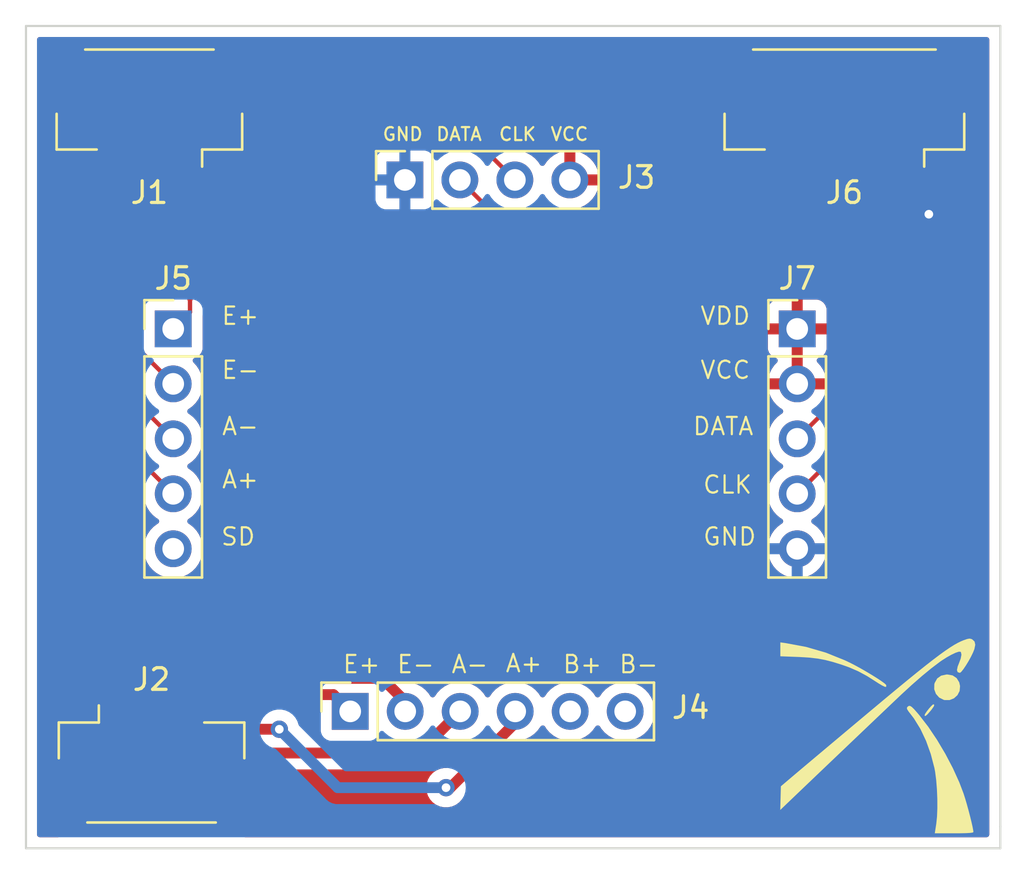
<source format=kicad_pcb>
(kicad_pcb (version 20211014) (generator pcbnew)
  (title_block (rev "1") (comment 4 "AISLER Project ID: WPHRHVVZ"))
  (layers (0 "F.Cu" signal "Front") (31 "B.Cu" signal "Back") (34 "B.Paste" user) (35 "F.Paste" user) (36 "B.SilkS" user "B.Silkscreen") (37 "F.SilkS" user "F.Silkscreen") (38 "B.Mask" user) (39 "F.Mask" user) (44 "Edge.Cuts" user))
  (net 0 "")
  (net 1 "E+(1)")
  (net 2 "E-(1)")
  (net 3 "A+(1)")
  (net 4 "A-(1)")
  (net 5 "E+(2)")
  (net 6 "E-(2)")
  (net 7 "A+(2)")
  (net 8 "A-(2)")
  (net 9 "GND")
  (net 10 "DATA_2")
  (net 11 "CLK_2")
  (net 12 "+3V3")
  (net 15 "CLK_1")
  (net 16 "DATA_1")
  (footprint "lib:Molex_CLIK-Mate_502386-0670_1x06-1MP_P1.25mm_Horizontal" (layer "F.Cu") (at 199.8 77.8 180)
    (fp_text reference "J6" (at 0 -3.9 180) (layer "F.SilkS"))
    (fp_text value "MOLEX-6-pins")
    (fp_line (start 5.535 -1.91) (end 3.685 -1.91) (layer "F.SilkS") (width 0.12))
    (fp_line (start -4.215 2.71) (end 4.215 2.71) (layer "F.SilkS") (width 0.12))
    (fp_line (start -5.535 -0.26) (end -5.535 -1.91) (layer "F.SilkS") (width 0.12))
    (fp_line (start -3.685 -1.91) (end -3.685 -2.7) (layer "F.SilkS") (width 0.12))
    (fp_line (start -5.535 -1.91) (end -3.685 -1.91) (layer "F.SilkS") (width 0.12))
    (fp_line (start 5.535 -0.26) (end 5.535 -1.91) (layer "F.SilkS") (width 0.12))
    (pad "1" smd roundrect locked (at -3.125 -1.85 180) (size 0.6 1.7) (layers "F.Cu" "F.Paste" "F.Mask") (net 9 "GND"))
    (pad "2" smd roundrect locked (at -1.875 -1.85 180) (size 0.6 1.7) (layers "F.Cu" "F.Paste" "F.Mask") (net 11 "CLK_2"))
    (pad "3" smd roundrect locked (at -0.625 -1.85 180) (size 0.6 1.7) (layers "F.Cu" "F.Paste" "F.Mask") (net 10 "DATA_2"))
    (pad "4" smd roundrect locked (at 0.625 -1.85 180) (size 0.6 1.7) (layers "F.Cu" "F.Paste" "F.Mask") (net 15 "CLK_1"))
    (pad "5" smd roundrect locked (at 1.875 -1.85 180) (size 0.6 1.7) (layers "F.Cu" "F.Paste" "F.Mask") (net 16 "DATA_1"))
    (pad "6" smd roundrect locked (at 3.125 -1.85 180) (size 0.6 1.7) (layers "F.Cu" "F.Paste" "F.Mask") (net 12 "+3V3"))
    (pad "MP" smd roundrect locked (at 4.975 1.35 180) (size 1 2.7) (layers "F.Cu" "F.Paste" "F.Mask"))
    (pad "MP" smd roundrect locked (at -4.975 1.35 180) (size 1 2.7) (layers "F.Cu" "F.Paste" "F.Mask"))
  )
  (footprint "Connector_PinSocket_2.54mm:PinSocket_1x06_P2.54mm_Vertical" (layer "F.Cu") (at 176.975 105.675 90)
    (fp_text reference "J4" (at 0.175 15.725) (layer "F.SilkS"))
    (fp_text value "01x06 2.54mm Pin headers" hide)
    (fp_line (start 1.33 -1.33) (end 1.33 0) (layer "F.SilkS") (width 0.12))
    (fp_line (start -1.33 1.27) (end -1.33 14.03) (layer "F.SilkS") (width 0.12))
    (fp_line (start -1.33 14.03) (end 1.33 14.03) (layer "F.SilkS") (width 0.12))
    (fp_line (start -1.33 1.27) (end 1.33 1.27) (layer "F.SilkS") (width 0.12))
    (fp_line (start 1.33 1.27) (end 1.33 14.03) (layer "F.SilkS") (width 0.12))
    (fp_line (start 0 -1.33) (end 1.33 -1.33) (layer "F.SilkS") (width 0.12))
    (pad "1" thru_hole rect (at 0 0 90) (size 1.7 1.7) (drill 1) (layers *.Cu *.Mask) (net 5 "E+(2)"))
    (pad "2" thru_hole oval (at 0 2.54 90) (size 1.7 1.7) (drill 1) (layers *.Cu *.Mask) (net 6 "E-(2)"))
    (pad "3" thru_hole oval (at 0 5.08 90) (size 1.7 1.7) (drill 1) (layers *.Cu *.Mask) (net 8 "A-(2)"))
    (pad "4" thru_hole oval (at 0 7.62 90) (size 1.7 1.7) (drill 1) (layers *.Cu *.Mask) (net 7 "A+(2)"))
    (pad "5" thru_hole oval (at 0 10.16 90) (size 1.7 1.7) (drill 1) (layers *.Cu *.Mask))
    (pad "6" thru_hole oval (at 0 12.7 90) (size 1.7 1.7) (drill 1) (layers *.Cu *.Mask))
  )
  (footprint "Connector_PinSocket_2.54mm:PinSocket_1x04_P2.54mm_Vertical" (layer "F.Cu") (at 179.5 81.115 90)
    (fp_text reference "J3" (at 0.115 10.7 180) (layer "F.SilkS"))
    (fp_text value "01x04 2.54mm Pin headers" hide)
    (fp_line (start -1.33 8.95) (end 1.33 8.95) (layer "F.SilkS") (width 0.12))
    (fp_line (start 1.33 -1.33) (end 1.33 0) (layer "F.SilkS") (width 0.12))
    (fp_line (start 0 -1.33) (end 1.33 -1.33) (layer "F.SilkS") (width 0.12))
    (fp_line (start -1.33 1.27) (end -1.33 8.95) (layer "F.SilkS") (width 0.12))
    (fp_line (start -1.33 1.27) (end 1.33 1.27) (layer "F.SilkS") (width 0.12))
    (fp_line (start 1.33 1.27) (end 1.33 8.95) (layer "F.SilkS") (width 0.12))
    (pad "1" thru_hole rect (at 0 0 90) (size 1.7 1.7) (drill 1) (layers *.Cu *.Mask) (net 9 "GND"))
    (pad "2" thru_hole oval (at 0 2.54 90) (size 1.7 1.7) (drill 1) (layers *.Cu *.Mask) (net 16 "DATA_1"))
    (pad "3" thru_hole oval (at 0 5.08 90) (size 1.7 1.7) (drill 1) (layers *.Cu *.Mask) (net 15 "CLK_1"))
    (pad "4" thru_hole oval (at 0 7.62 90) (size 1.7 1.7) (drill 1) (layers *.Cu *.Mask) (net 12 "+3V3"))
  )
  (footprint "Graphics:xplore_logo" (layer "F.Cu") (at 201.5 106.6)
    (fp_text reference "G***" hide)
    (fp_text value "LOGO" hide)
    (fp_poly (pts (xy 4.154423 -4.274928) (xy 4.208284 -4.249083) (xy 4.312943 -4.150441) (xy 4.344433 -4.00456) (xy 4.303265 -3.802762) (xy 4.243338 -3.649965) (xy 4.147821 -3.453018) (xy 4.033756 -3.246308) (xy 3.913547 -3.049063) (xy 3.799602 -2.880507) (xy 3.704325 -2.759868) (xy 3.640123 -2.706371) (xy 3.633794 -2.705325) (xy 3.531108 -2.737278) (xy 3.497482 -2.835118) (xy 3.532545 -3.001814) (xy 3.581718 -3.125603) (xy 3.670572 -3.362485) (xy 3.704897 -3.543146) (xy 3.683225 -3.656974) (xy 3.658692 -3.681326) (xy 3.575355 -3.681662) (xy 3.428801 -3.63196) (xy 3.236928 -3.541004) (xy 3.017632 -3.417575) (xy 2.788813 -3.270457) (xy 2.712759 -3.217128) (xy 2.321272 -2.920483) (xy 1.881025 -2.558591) (xy 1.406617 -2.143827) (xy 0.938362 -1.712836) (xy 0.828159 -1.608524) (xy 0.65342 -1.442547) (xy 0.422055 -1.222451) (xy 0.141979 -0.955787) (xy -0.178897 -0.650101) (xy -0.53266 -0.312943) (xy -0.911398 0.04814) (xy -1.307199 0.4256) (xy -1.71215 0.811888) (xy -2.118338 1.199456) (xy -2.517851 1.580756) (xy -2.902777 1.94824) (xy -3.265204 2.294359) (xy -3.597218 2.611565) (xy -3.890908 2.892311) (xy -4.138361 3.129047) (xy -4.331664 3.314226) (xy -4.397946 3.377832) (xy -4.662756 3.63215) (xy -4.648439 3.084226) (xy -4.634122 2.536301) (xy -4.007889 2.00453) (xy -3.865071 1.883665) (xy -3.653296 1.705021) (xy -3.380396 1.475183) (xy -3.054206 1.200735) (xy -2.682558 0.888261) (xy -2.273286 0.544346) (xy -1.834222 0.175574) (xy -1.373201 -0.211469) (xy -0.898055 -0.6102) (xy -0.526035 -0.922269) (xy 0.118755 -1.461735) (xy 0.693188 -1.939274) (xy 1.202423 -2.358809) (xy 1.651621 -2.724267) (xy 2.045943 -3.03957) (xy 2.390549 -3.308644) (xy 2.6906 -3.535413) (xy 2.951256 -3.7238) (xy 3.177678 -3.877732) (xy 3.375027 -4.001131) (xy 3.548462 -4.097922) (xy 3.703145 -4.172031) (xy 3.798288 -4.210731) (xy 3.96478 -4.268818) (xy 4.072556 -4.289194)) (layer "F.SilkS") (width 0) (fill solid))
    (fp_poly (pts (xy -4.421203 -4.081494) (xy -3.471977 -3.905298) (xy -2.56307 -3.641556) (xy -1.678002 -3.285266) (xy -1.463956 -3.183797) (xy -1.220632 -3.059412) (xy -0.95444 -2.913923) (xy -0.681296 -2.757084) (xy -0.417115 -2.598654) (xy -0.17781 -2.448386) (xy 0.020703 -2.316038) (xy 0.162509 -2.211367) (xy 0.231501 -2.144441) (xy 0.230662 -2.070278) (xy 0.218574 -2.055009) (xy 0.161331 -2.063891) (xy 0.042562 -2.120666) (xy -0.117739 -2.214969) (xy -0.225443 -2.28519) (xy -0.655963 -2.559091) (xy -1.058843 -2.776373) (xy -1.47215 -2.956063) (xy -1.809047 -3.076667) (xy -2.221386 -3.205743) (xy -2.587497 -3.300185) (xy -2.941809 -3.366086) (xy -3.31875 -3.409539) (xy -3.752748 -3.436637) (xy -3.870118 -3.441418) (xy -4.659171 -3.471016) (xy -4.659171 -4.114226)) (layer "F.SilkS") (width 0) (fill solid))
    (fp_poly (pts (xy 2.452228 -1.227032) (xy 2.424616 -1.147192) (xy 2.325575 -1.007631) (xy 2.273928 -0.944089) (xy 2.137876 -0.789778) (xy 2.051524 -0.715697) (xy 2.009761 -0.718198) (xy 2.003945 -0.751397) (xy 2.033993 -0.820875) (xy 2.109325 -0.931874) (xy 2.207727 -1.057035) (xy 2.306984 -1.168996) (xy 2.384882 -1.240396) (xy 2.410769 -1.252465)) (layer "F.SilkS") (width 0) (fill solid))
    (fp_poly (pts (xy 1.412203 -1.130059) (xy 1.521496 -1.023927) (xy 1.67381 -0.851247) (xy 1.758014 -0.751479) (xy 2.169795 -0.218168) (xy 2.57593 0.386185) (xy 2.961015 1.034318) (xy 3.309643 1.698969) (xy 3.606409 2.352878) (xy 3.80069 2.863223) (xy 3.872885 3.087456) (xy 3.951266 3.353237) (xy 4.030574 3.640001) (xy 4.105547 3.927184) (xy 4.170928 4.194224) (xy 4.221456 4.420555) (xy 4.251872 4.585614) (xy 4.258383 4.65268) (xy 4.22157 4.675115) (xy 4.107079 4.691584) (xy 3.908836 4.702474) (xy 3.620765 4.708169) (xy 3.366508 4.709271) (xy 2.474633 4.709271) (xy 2.542585 4.270908) (xy 2.576875 3.943611) (xy 2.59263 3.54756) (xy 2.590824 3.112281) (xy 2.572432 2.667299) (xy 2.538427 2.242141) (xy 2.489783 1.866332) (xy 2.457574 1.693384) (xy 2.288479 1.044899) (xy 2.069631 0.435942) (xy 1.808422 -0.116548) (xy 1.512246 -0.595632) (xy 1.385559 -0.763017) (xy 1.264256 -0.918271) (xy 1.200103 -1.017825) (xy 1.184279 -1.081394) (xy 1.207963 -1.128692) (xy 1.217452 -1.138724) (xy 1.272681 -1.178503) (xy 1.333431 -1.1786)) (layer "F.SilkS") (width 0) (fill solid))
    (fp_poly (pts (xy 3.298736 -2.587047) (xy 3.483375 -2.463644) (xy 3.602801 -2.268954) (xy 3.642041 -2.097711) (xy 3.622061 -1.869614) (xy 3.522149 -1.674694) (xy 3.361067 -1.528836) (xy 3.157579 -1.447925) (xy 2.930444 -1.447846) (xy 2.886648 -1.458148) (xy 2.677216 -1.563118) (xy 2.526829 -1.733522) (xy 2.447826 -1.946149) (xy 2.452545 -2.177787) (xy 2.47014 -2.241675) (xy 2.584986 -2.446036) (xy 2.765829 -2.575851) (xy 3.009363 -2.628938) (xy 3.058727 -2.630177)) (layer "F.SilkS") (width 0) (fill solid))
  )
  (footprint "lib:Molex_CLIK-Mate_502386-0470_1x04-1MP_P1.25mm_Horizontal" (layer "F.Cu") (at 167.7 77.8 180)
    (fp_text reference "J1" (at 0 -3.9 180) (layer "F.SilkS"))
    (fp_text value "SM04B-GHS-TB")
    (fp_line (start 4.285 -1.91) (end 2.435 -1.91) (layer "F.SilkS") (width 0.12))
    (fp_line (start 4.285 -0.26) (end 4.285 -1.91) (layer "F.SilkS") (width 0.12))
    (fp_line (start -2.965 2.71) (end 2.965 2.71) (layer "F.SilkS") (width 0.12))
    (fp_line (start -4.285 -1.91) (end -2.435 -1.91) (layer "F.SilkS") (width 0.12))
    (fp_line (start -4.285 -0.26) (end -4.285 -1.91) (layer "F.SilkS") (width 0.12))
    (fp_line (start -2.435 -1.91) (end -2.435 -2.7) (layer "F.SilkS") (width 0.12))
    (pad "1" smd roundrect locked (at -1.875 -1.85 180) (size 0.6 1.7) (layers "F.Cu" "F.Paste" "F.Mask") (net 1 "E+(1)"))
    (pad "2" smd roundrect locked (at -0.625 -1.85 180) (size 0.6 1.7) (layers "F.Cu" "F.Paste" "F.Mask") (net 2 "E-(1)"))
    (pad "3" smd roundrect locked (at 0.625 -1.85 180) (size 0.6 1.7) (layers "F.Cu" "F.Paste" "F.Mask") (net 4 "A-(1)"))
    (pad "4" smd roundrect locked (at 1.875 -1.85 180) (size 0.6 1.7) (layers "F.Cu" "F.Paste" "F.Mask") (net 3 "A+(1)"))
    (pad "MP" smd roundrect locked (at 3.725 1.35 180) (size 1 2.7) (layers "F.Cu" "F.Paste" "F.Mask"))
    (pad "MP" smd roundrect locked (at -3.725 1.35 180) (size 1 2.7) (layers "F.Cu" "F.Paste" "F.Mask"))
  )
  (footprint "lib:Molex_CLIK-Mate_502386-0470_1x04-1MP_P1.25mm_Horizontal" (layer "F.Cu") (at 167.8 108.1)
    (fp_text reference "J2" (at 0 -3.9) (layer "F.SilkS"))
    (fp_text value "MOLEX_4-pin")
    (fp_line (start -4.285 -1.91) (end -2.435 -1.91) (layer "F.SilkS") (width 0.12))
    (fp_line (start -2.965 2.71) (end 2.965 2.71) (layer "F.SilkS") (width 0.12))
    (fp_line (start -4.285 -0.26) (end -4.285 -1.91) (layer "F.SilkS") (width 0.12))
    (fp_line (start -2.435 -1.91) (end -2.435 -2.7) (layer "F.SilkS") (width 0.12))
    (fp_line (start 4.285 -1.91) (end 2.435 -1.91) (layer "F.SilkS") (width 0.12))
    (fp_line (start 4.285 -0.26) (end 4.285 -1.91) (layer "F.SilkS") (width 0.12))
    (pad "1" smd roundrect locked (at -1.875 -1.85) (size 0.6 1.7) (layers "F.Cu" "F.Paste" "F.Mask") (net 5 "E+(2)"))
    (pad "2" smd roundrect locked (at -0.625 -1.85) (size 0.6 1.7) (layers "F.Cu" "F.Paste" "F.Mask") (net 6 "E-(2)"))
    (pad "3" smd roundrect locked (at 0.625 -1.85) (size 0.6 1.7) (layers "F.Cu" "F.Paste" "F.Mask") (net 8 "A-(2)"))
    (pad "4" smd roundrect locked (at 1.875 -1.85) (size 0.6 1.7) (layers "F.Cu" "F.Paste" "F.Mask") (net 7 "A+(2)"))
    (pad "MP" smd roundrect locked (at -3.725 1.35) (size 1 2.7) (layers "F.Cu" "F.Paste" "F.Mask"))
    (pad "MP" smd roundrect locked (at 3.725 1.35) (size 1 2.7) (layers "F.Cu" "F.Paste" "F.Mask"))
  )
  (footprint "Connector_PinHeader_2.54mm:PinHeader_1x05_P2.54mm_Vertical" (layer "F.Cu") (at 168.8 88)
    (fp_text reference "J5" (at 0 -2.33) (layer "F.SilkS"))
    (fp_text value "01x05 2.54mm male Pin headers" hide)
    (fp_line (start -1.33 1.27) (end 1.33 1.27) (layer "F.SilkS") (width 0.12))
    (fp_line (start -1.33 1.27) (end -1.33 11.49) (layer "F.SilkS") (width 0.12))
    (fp_line (start -1.33 0) (end -1.33 -1.33) (layer "F.SilkS") (width 0.12))
    (fp_line (start -1.33 -1.33) (end 0 -1.33) (layer "F.SilkS") (width 0.12))
    (fp_line (start -1.33 11.49) (end 1.33 11.49) (layer "F.SilkS") (width 0.12))
    (fp_line (start 1.33 1.27) (end 1.33 11.49) (layer "F.SilkS") (width 0.12))
    (pad "1" thru_hole rect (at 0 0) (size 1.7 1.7) (drill 1) (layers *.Cu *.Mask) (net 1 "E+(1)"))
    (pad "2" thru_hole oval (at 0 2.54) (size 1.7 1.7) (drill 1) (layers *.Cu *.Mask) (net 2 "E-(1)"))
    (pad "3" thru_hole oval (at 0 5.08) (size 1.7 1.7) (drill 1) (layers *.Cu *.Mask) (net 4 "A-(1)"))
    (pad "4" thru_hole oval (at 0 7.62) (size 1.7 1.7) (drill 1) (layers *.Cu *.Mask) (net 3 "A+(1)"))
    (pad "5" thru_hole oval (at 0 10.16) (size 1.7 1.7) (drill 1) (layers *.Cu *.Mask))
  )
  (footprint "Connector_PinHeader_2.54mm:PinHeader_1x05_P2.54mm_Vertical" (layer "F.Cu") (at 197.62 88)
    (fp_text reference "J7" (at 0 -2.33) (layer "F.SilkS"))
    (fp_text value "01x05 2.54mm male Pin headers" hide)
    (fp_line (start 1.33 1.27) (end 1.33 11.49) (layer "F.SilkS") (width 0.12))
    (fp_line (start -1.33 0) (end -1.33 -1.33) (layer "F.SilkS") (width 0.12))
    (fp_line (start -1.33 1.27) (end 1.33 1.27) (layer "F.SilkS") (width 0.12))
    (fp_line (start -1.33 -1.33) (end 0 -1.33) (layer "F.SilkS") (width 0.12))
    (fp_line (start -1.33 1.27) (end -1.33 11.49) (layer "F.SilkS") (width 0.12))
    (fp_line (start -1.33 11.49) (end 1.33 11.49) (layer "F.SilkS") (width 0.12))
    (pad "1" thru_hole rect (at 0 0) (size 1.7 1.7) (drill 1) (layers *.Cu *.Mask) (net 12 "+3V3"))
    (pad "2" thru_hole oval (at 0 2.54) (size 1.7 1.7) (drill 1) (layers *.Cu *.Mask) (net 12 "+3V3"))
    (pad "3" thru_hole oval (at 0 5.08) (size 1.7 1.7) (drill 1) (layers *.Cu *.Mask) (net 10 "DATA_2"))
    (pad "4" thru_hole oval (at 0 7.62) (size 1.7 1.7) (drill 1) (layers *.Cu *.Mask) (net 11 "CLK_2"))
    (pad "5" thru_hole oval (at 0 10.16) (size 1.7 1.7) (drill 1) (layers *.Cu *.Mask) (net 9 "GND"))
  )
  (gr_line (start 207 111) (end 207 112) (layer "Edge.Cuts") (width 0.1))
  (gr_line (start 207 74) (end 207 111) (layer "Edge.Cuts") (width 0.1))
  (gr_line (start 207 112) (end 162 112) (layer "Edge.Cuts") (width 0.1))
  (gr_line (start 162 74) (end 207 74) (layer "Edge.Cuts") (width 0.1))
  (gr_line (start 162 112) (end 162 74) (layer "Edge.Cuts") (width 0.1))
  (gr_text "VCC\n" (at 187.1 79) (layer "F.SilkS") (effects (font (size 0.6 0.6) (thickness 0.1))))
  (gr_text "E-\n" (at 171.9 89.9) (layer "F.SilkS") (effects (font (size 0.8 0.8) (thickness 0.1))))
  (gr_text "GND\n" (at 194.5 97.6) (layer "F.SilkS") (effects (font (size 0.8 0.8) (thickness 0.1))))
  (gr_text "A-\n" (at 171.9 92.5) (layer "F.SilkS") (effects (font (size 0.8 0.8) (thickness 0.1))))
  (gr_text "SD" (at 171.8 97.6) (layer "F.SilkS") (effects (font (size 0.8 0.8) (thickness 0.1))))
  (gr_text "A+\n\n" (at 171.9 95.6) (layer "F.SilkS") (effects (font (size 0.8 0.8) (thickness 0.1))))
  (gr_text "VCC\n" (at 194.3 89.9) (layer "F.SilkS") (effects (font (size 0.8 0.8) (thickness 0.1))))
  (gr_text "GND\n" (at 179.4 79) (layer "F.SilkS") (effects (font (size 0.6 0.6) (thickness 0.1))))
  (gr_text "DATA\n" (at 182 79) (layer "F.SilkS") (effects (font (size 0.6 0.6) (thickness 0.1))))
  (gr_text "DATA" (at 194.2 92.5) (layer "F.SilkS") (effects (font (size 0.8 0.8) (thickness 0.1))))
  (gr_text "A-\n" (at 182.5 103.5) (layer "F.SilkS") (effects (font (size 0.8 0.8) (thickness 0.1))))
  (gr_text "B-" (at 190.3 103.5) (layer "F.SilkS") (effects (font (size 0.8 0.8) (thickness 0.1))))
  (gr_text "E-\n" (at 180 103.5) (layer "F.SilkS") (effects (font (size 0.8 0.8) (thickness 0.1))))
  (gr_text "CLK" (at 184.7 79) (layer "F.SilkS") (effects (font (size 0.6 0.6) (thickness 0.1))))
  (gr_text "E+" (at 177.5 103.5) (layer "F.SilkS") (effects (font (size 0.8 0.8) (thickness 0.1))))
  (gr_text "E+" (at 171.9 87.4) (layer "F.SilkS") (effects (font (size 0.8 0.8) (thickness 0.1))))
  (gr_text "A+\n\n" (at 185 104.1) (layer "F.SilkS") (effects (font (size 0.8 0.8) (thickness 0.1))))
  (gr_text "VDD" (at 194.3 87.4) (layer "F.SilkS") (effects (font (size 0.8 0.8) (thickness 0.1))))
  (gr_text "CLK\n" (at 194.4 95.2) (layer "F.SilkS") (effects (font (size 0.8 0.8) (thickness 0.1))))
  (gr_text "B+" (at 187.7 103.5) (layer "F.SilkS") (effects (font (size 0.8 0.8) (thickness 0.1))))
  (segment (start 169.575 86.625) (end 169.575 87.225) (width 0.2) (layer "F.Cu") (net 1))
  (segment (start 169.575 79.65) (end 169.575 86.625) (width 0.25) (layer "F.Cu") (net 1))
  (segment (start 169.575 87.225) (end 168.8 88) (width 0.2) (layer "F.Cu") (net 1))
  (segment (start 168.325 79.65) (end 168.325 85.425978) (width 0.25) (layer "F.Cu") (net 2))
  (segment (start 167 88.14) (end 167 88.74) (width 0.2) (layer "F.Cu") (net 2))
  (segment (start 168.325 85.425978) (end 167 86.750978) (width 0.25) (layer "F.Cu") (net 2))
  (segment (start 167 86.750978) (end 167 88.14) (width 0.25) (layer "F.Cu") (net 2))
  (segment (start 167 88.74) (end 168.8 90.54) (width 0.2) (layer "F.Cu") (net 2))
  (segment (start 165.825 92.045) (end 165.825 92.645) (width 0.2) (layer "F.Cu") (net 3))
  (segment (start 165.825 92.645) (end 168.8 95.62) (width 0.2) (layer "F.Cu") (net 3))
  (segment (start 165.825 79.65) (end 165.825 92.045) (width 0.25) (layer "F.Cu") (net 3))
  (segment (start 166.50048 85.09952) (end 166.50048 90.18048) (width 0.25) (layer "F.Cu") (net 4))
  (segment (start 167 79.725) (end 167 84.6) (width 0.25) (layer "F.Cu") (net 4))
  (segment (start 167 84.6) (end 166.50048 85.09952) (width 0.25) (layer "F.Cu") (net 4))
  (segment (start 166.50048 90.18048) (end 166.50048 90.78048) (width 0.2) (layer "F.Cu") (net 4))
  (segment (start 167.075 79.65) (end 167 79.725) (width 0.25) (layer "F.Cu") (net 4))
  (segment (start 166.50048 90.78048) (end 168.8 93.08) (width 0.2) (layer "F.Cu") (net 4))
  (segment (start 165.92452 105.731441) (end 165.92452 106.25) (width 0.5) (layer "F.Cu") (net 5))
  (segment (start 176.97452 105.675) (end 176.2 104.90048) (width 0.5) (layer "F.Cu") (net 5))
  (segment (start 166.755481 104.90048) (end 165.92452 105.731441) (width 0.5) (layer "F.Cu") (net 5))
  (segment (start 176.2 104.90048) (end 166.755481 104.90048) (width 0.5) (layer "F.Cu") (net 5))
  (segment (start 167.175 107.325) (end 166.90048 107.59952) (width 0.5) (layer "F.Cu") (net 6))
  (segment (start 166.90048 107.59952) (end 165.49952 107.59952) (width 0.5) (layer "F.Cu") (net 6))
  (segment (start 165.12548 105.280961) (end 166.255481 104.15096) (width 0.5) (layer "F.Cu") (net 6))
  (segment (start 167.175 106.25) (end 167.175 107.325) (width 0.5) (layer "F.Cu") (net 6))
  (segment (start 165.49952 107.59952) (end 165.12548 107.22548) (width 0.5) (layer "F.Cu") (net 6))
  (segment (start 178.45096 104.15096) (end 179.515 105.215) (width 0.5) (layer "F.Cu") (net 6))
  (segment (start 179.515 105.215) (end 179.515 105.675) (width 0.5) (layer "F.Cu") (net 6))
  (segment (start 165.12548 107.22548) (end 165.12548 105.280961) (width 0.5) (layer "F.Cu") (net 6))
  (segment (start 166.255481 104.15096) (end 178.45096 104.15096) (width 0.5) (layer "F.Cu") (net 6))
  (segment (start 181.4 109.2) (end 181.6 109.2) (width 0.5) (layer "F.Cu") (net 7))
  (segment (start 181.6 109.2) (end 184.595 106.205) (width 0.5) (layer "F.Cu") (net 7))
  (segment (start 184.595 106.205) (end 184.595 105.675) (width 0.5) (layer "F.Cu") (net 7))
  (segment (start 173.7 106.5) (end 169.925 106.5) (width 0.5) (layer "F.Cu") (net 7))
  (segment (start 169.925 106.5) (end 169.675 106.25) (width 0.5) (layer "F.Cu") (net 7))
  (via (at 181.4 109.2) (size 0.8) (drill 0.4) (layers "F.Cu" "B.Cu") (net 7))
  (via (at 173.7 106.5) (size 0.8) (drill 0.4) (layers "F.Cu" "B.Cu") (net 7))
  (segment (start 176.4 109.2) (end 173.7 106.5) (width 0.5) (layer "B.Cu") (net 7))
  (segment (start 181.4 109.2) (end 176.4 109.2) (width 0.5) (layer "B.Cu") (net 7))
  (segment (start 169.255961 107.59952) (end 168.425 106.768559) (width 0.5) (layer "F.Cu") (net 8))
  (segment (start 168.425 106.768559) (end 168.425 106.25) (width 0.5) (layer "F.Cu") (net 8))
  (segment (start 182.055 105.675) (end 180.13048 107.59952) (width 0.5) (layer "F.Cu") (net 8))
  (segment (start 180.13048 107.59952) (end 169.255961 107.59952) (width 0.5) (layer "F.Cu") (net 8))
  (segment (start 202.925 81.925) (end 203.7 82.7) (width 0.5) (layer "F.Cu") (net 9))
  (segment (start 202.925 79.65) (end 202.925 81.925) (width 0.5) (layer "F.Cu") (net 9))
  (via (at 203.7 82.7) (size 0.8) (drill 0.4) (layers "F.Cu" "B.Cu") (net 9))
  (segment (start 200.425 90.275) (end 197.62 93.08) (width 0.2) (layer "F.Cu") (net 10))
  (segment (start 200.425 79.65) (end 200.425 90.275) (width 0.2) (layer "F.Cu") (net 10))
  (segment (start 201.675 91.565) (end 197.62 95.62) (width 0.2) (layer "F.Cu") (net 11))
  (segment (start 201.675 79.65) (end 201.675 91.565) (width 0.2) (layer "F.Cu") (net 11))
  (segment (start 177.1 80.2) (end 178.3 79) (width 0.2) (layer "F.Cu") (net 15))
  (segment (start 199.175 79.956427) (end 195.481907 83.64952) (width 0.2) (layer "F.Cu") (net 15))
  (segment (start 178.34952 83.64952) (end 177.1 82.4) (width 0.2) (layer "F.Cu") (net 15))
  (segment (start 195.481907 83.64952) (end 178.34952 83.64952) (width 0.2) (layer "F.Cu") (net 15))
  (segment (start 177.1 82.4) (end 177.1 80.2) (width 0.2) (layer "F.Cu") (net 15))
  (segment (start 182.465 79) (end 184.58 81.115) (width 0.2) (layer "F.Cu") (net 15))
  (segment (start 199.175 79.65) (end 199.175 79.956427) (width 0.2) (layer "F.Cu") (net 15))
  (segment (start 178.3 79) (end 182.465 79) (width 0.2) (layer "F.Cu") (net 15))
  (segment (start 197.925 79.956427) (end 194.681427 83.2) (width 0.2) (layer "F.Cu") (net 16))
  (segment (start 194.681427 83.2) (end 184.125 83.2) (width 0.2) (layer "F.Cu") (net 16))
  (segment (start 184.125 83.2) (end 182.04 81.115) (width 0.2) (layer "F.Cu") (net 16))
  (segment (start 197.925 79.65) (end 197.925 79.956427) (width 0.2) (layer "F.Cu") (net 16))
  (zone (net 12) (net_name "+3V3") (layer "F.Cu") (connect_pads (clearance 0.508)) (min_thickness 0.254) (fill yes (thermal_gap 0.508) (thermal_bridge_width 0.508))
    (polygon (pts (xy 207.6 112.7) (xy 161.2 112.7) (xy 161.2 73.1) (xy 207.6 73.1)))
  )
  (zone (net 9) (net_name "GND") (layer "B.Cu") (connect_pads (clearance 0.508)) (min_thickness 0.254) (fill yes (thermal_gap 0.508) (thermal_bridge_width 0.508))
    (polygon (pts (xy 208.1 113.3) (xy 160.8 113.3) (xy 160.8 72.8) (xy 208.1 72.8)))
  )
)
</source>
